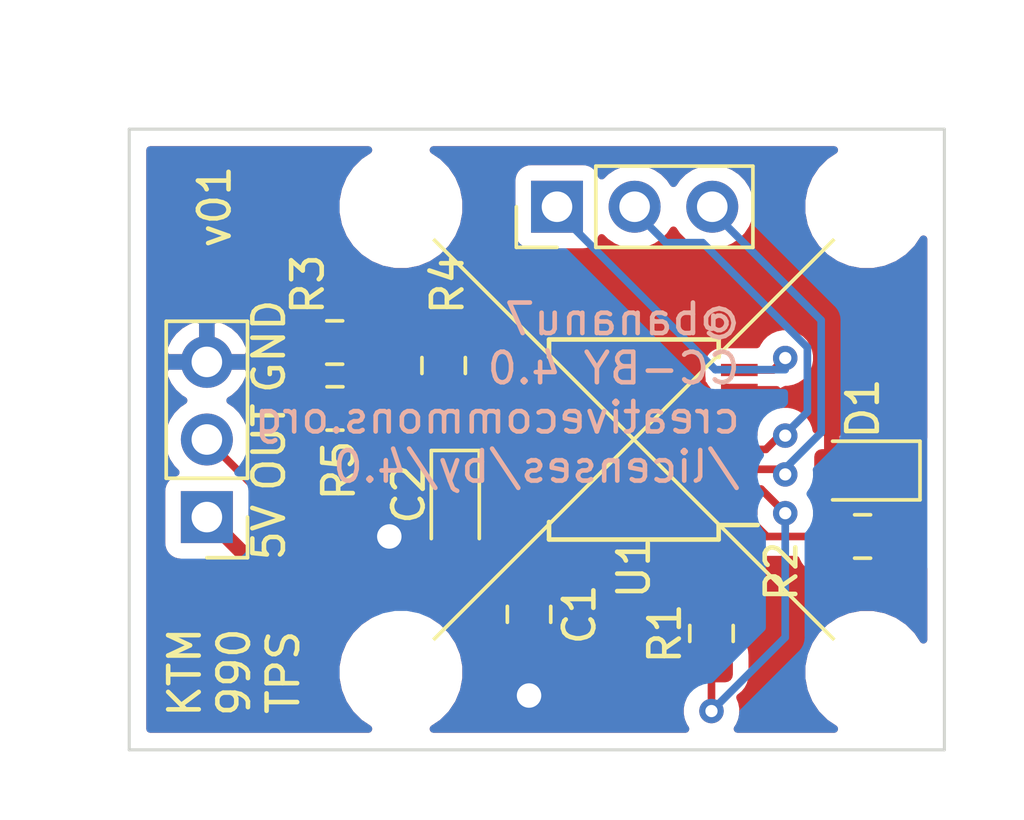
<source format=kicad_pcb>
(kicad_pcb (version 20171130) (host pcbnew "(5.1.6)-1")

  (general
    (thickness 1.6)
    (drawings 12)
    (tracks 64)
    (zones 0)
    (modules 15)
    (nets 18)
  )

  (page A4)
  (title_block
    (title "KTM 990 TPS")
    (rev v01)
    (comment 2 creativecommons.org/licenses/by/4.0)
    (comment 3 "Licence: CC BY 4.0")
    (comment 4 "Author: Bartek Banachewicz")
  )

  (layers
    (0 F.Cu signal)
    (31 B.Cu signal)
    (32 B.Adhes user)
    (33 F.Adhes user)
    (34 B.Paste user)
    (35 F.Paste user)
    (36 B.SilkS user)
    (37 F.SilkS user)
    (38 B.Mask user)
    (39 F.Mask user)
    (40 Dwgs.User user)
    (41 Cmts.User user)
    (42 Eco1.User user)
    (43 Eco2.User user)
    (44 Edge.Cuts user)
    (45 Margin user)
    (46 B.CrtYd user)
    (47 F.CrtYd user)
    (48 B.Fab user)
    (49 F.Fab user)
  )

  (setup
    (last_trace_width 0.25)
    (user_trace_width 0.5)
    (trace_clearance 0.2)
    (zone_clearance 0.508)
    (zone_45_only no)
    (trace_min 0.2)
    (via_size 0.8)
    (via_drill 0.4)
    (via_min_size 0.4)
    (via_min_drill 0.3)
    (uvia_size 0.3)
    (uvia_drill 0.1)
    (uvias_allowed no)
    (uvia_min_size 0.2)
    (uvia_min_drill 0.1)
    (edge_width 0.05)
    (segment_width 0.2)
    (pcb_text_width 0.3)
    (pcb_text_size 1.5 1.5)
    (mod_edge_width 0.12)
    (mod_text_size 1 1)
    (mod_text_width 0.15)
    (pad_size 1.524 1.524)
    (pad_drill 0.762)
    (pad_to_mask_clearance 0.05)
    (aux_axis_origin 0 0)
    (visible_elements 7FFFFFFF)
    (pcbplotparams
      (layerselection 0x010f0_ffffffff)
      (usegerberextensions false)
      (usegerberattributes true)
      (usegerberadvancedattributes true)
      (creategerberjobfile true)
      (excludeedgelayer true)
      (linewidth 0.100000)
      (plotframeref false)
      (viasonmask false)
      (mode 1)
      (useauxorigin false)
      (hpglpennumber 1)
      (hpglpenspeed 20)
      (hpglpendiameter 15.000000)
      (psnegative false)
      (psa4output false)
      (plotreference true)
      (plotvalue true)
      (plotinvisibletext false)
      (padsonsilk false)
      (subtractmaskfromsilk false)
      (outputformat 1)
      (mirror false)
      (drillshape 0)
      (scaleselection 1)
      (outputdirectory "gerber/"))
  )

  (net 0 "")
  (net 1 +5V)
  (net 2 GND)
  (net 3 TPS_OUT)
  (net 4 "Net-(U1-Pad5)")
  (net 5 "Net-(U1-Pad6)")
  (net 6 "Net-(U1-Pad9)")
  (net 7 "Net-(U1-Pad10)")
  (net 8 "Net-(U1-Pad13)")
  (net 9 "Net-(U1-Pad14)")
  (net 10 "Net-(C2-Pad1)")
  (net 11 "Net-(R1-Pad2)")
  (net 12 "Net-(D1-Pad1)")
  (net 13 "Net-(R2-Pad2)")
  (net 14 "Net-(R3-Pad2)")
  (net 15 CS)
  (net 16 PROG)
  (net 17 CLK)

  (net_class Default "This is the default net class."
    (clearance 0.2)
    (trace_width 0.25)
    (via_dia 0.8)
    (via_drill 0.4)
    (uvia_dia 0.3)
    (uvia_drill 0.1)
    (add_net +5V)
    (add_net CLK)
    (add_net CS)
    (add_net GND)
    (add_net "Net-(C2-Pad1)")
    (add_net "Net-(D1-Pad1)")
    (add_net "Net-(R1-Pad2)")
    (add_net "Net-(R2-Pad2)")
    (add_net "Net-(R3-Pad2)")
    (add_net "Net-(U1-Pad10)")
    (add_net "Net-(U1-Pad13)")
    (add_net "Net-(U1-Pad14)")
    (add_net "Net-(U1-Pad5)")
    (add_net "Net-(U1-Pad6)")
    (add_net "Net-(U1-Pad9)")
    (add_net PROG)
    (add_net TPS_OUT)
  )

  (module Connector_PinHeader_2.54mm:PinHeader_1x03_P2.54mm_Vertical (layer F.Cu) (tedit 59FED5CC) (tstamp 5FFCAA88)
    (at 137.1854 71.12 90)
    (descr "Through hole straight pin header, 1x03, 2.54mm pitch, single row")
    (tags "Through hole pin header THT 1x03 2.54mm single row")
    (path /5FFE51CC)
    (fp_text reference J2 (at -2.159 2.667 90) (layer F.SilkS) hide
      (effects (font (size 1 1) (thickness 0.15)))
    )
    (fp_text value Conn_01x03_Male (at 0 7.41 90) (layer F.Fab)
      (effects (font (size 1 1) (thickness 0.15)))
    )
    (fp_line (start 1.8 -1.8) (end -1.8 -1.8) (layer F.CrtYd) (width 0.05))
    (fp_line (start 1.8 6.85) (end 1.8 -1.8) (layer F.CrtYd) (width 0.05))
    (fp_line (start -1.8 6.85) (end 1.8 6.85) (layer F.CrtYd) (width 0.05))
    (fp_line (start -1.8 -1.8) (end -1.8 6.85) (layer F.CrtYd) (width 0.05))
    (fp_line (start -1.33 -1.33) (end 0 -1.33) (layer F.SilkS) (width 0.12))
    (fp_line (start -1.33 0) (end -1.33 -1.33) (layer F.SilkS) (width 0.12))
    (fp_line (start -1.33 1.27) (end 1.33 1.27) (layer F.SilkS) (width 0.12))
    (fp_line (start 1.33 1.27) (end 1.33 6.41) (layer F.SilkS) (width 0.12))
    (fp_line (start -1.33 1.27) (end -1.33 6.41) (layer F.SilkS) (width 0.12))
    (fp_line (start -1.33 6.41) (end 1.33 6.41) (layer F.SilkS) (width 0.12))
    (fp_line (start -1.27 -0.635) (end -0.635 -1.27) (layer F.Fab) (width 0.1))
    (fp_line (start -1.27 6.35) (end -1.27 -0.635) (layer F.Fab) (width 0.1))
    (fp_line (start 1.27 6.35) (end -1.27 6.35) (layer F.Fab) (width 0.1))
    (fp_line (start 1.27 -1.27) (end 1.27 6.35) (layer F.Fab) (width 0.1))
    (fp_line (start -0.635 -1.27) (end 1.27 -1.27) (layer F.Fab) (width 0.1))
    (fp_text user %R (at 0 2.54) (layer F.Fab)
      (effects (font (size 1 1) (thickness 0.15)))
    )
    (pad 3 thru_hole oval (at 0 5.08 90) (size 1.7 1.7) (drill 1) (layers *.Cu *.Mask)
      (net 15 CS))
    (pad 2 thru_hole oval (at 0 2.54 90) (size 1.7 1.7) (drill 1) (layers *.Cu *.Mask)
      (net 17 CLK))
    (pad 1 thru_hole rect (at 0 0 90) (size 1.7 1.7) (drill 1) (layers *.Cu *.Mask)
      (net 16 PROG))
    (model ${KISYS3DMOD}/Connector_PinHeader_2.54mm.3dshapes/PinHeader_1x03_P2.54mm_Vertical.wrl
      (at (xyz 0 0 0))
      (scale (xyz 1 1 1))
      (rotate (xyz 0 0 0))
    )
  )

  (module Capacitor_SMD:C_0805_2012Metric_Pad1.15x1.40mm_HandSolder (layer F.Cu) (tedit 5B36C52B) (tstamp 5FFACF0E)
    (at 136.271 84.464 270)
    (descr "Capacitor SMD 0805 (2012 Metric), square (rectangular) end terminal, IPC_7351 nominal with elongated pad for handsoldering. (Body size source: https://docs.google.com/spreadsheets/d/1BsfQQcO9C6DZCsRaXUlFlo91Tg2WpOkGARC1WS5S8t0/edit?usp=sharing), generated with kicad-footprint-generator")
    (tags "capacitor handsolder")
    (path /5FFA7084)
    (attr smd)
    (fp_text reference C1 (at 0 -1.65 90) (layer F.SilkS)
      (effects (font (size 1 1) (thickness 0.15)))
    )
    (fp_text value 100n (at 0 1.65 90) (layer F.Fab)
      (effects (font (size 1 1) (thickness 0.15)))
    )
    (fp_line (start 1.85 0.95) (end -1.85 0.95) (layer F.CrtYd) (width 0.05))
    (fp_line (start 1.85 -0.95) (end 1.85 0.95) (layer F.CrtYd) (width 0.05))
    (fp_line (start -1.85 -0.95) (end 1.85 -0.95) (layer F.CrtYd) (width 0.05))
    (fp_line (start -1.85 0.95) (end -1.85 -0.95) (layer F.CrtYd) (width 0.05))
    (fp_line (start -0.261252 0.71) (end 0.261252 0.71) (layer F.SilkS) (width 0.12))
    (fp_line (start -0.261252 -0.71) (end 0.261252 -0.71) (layer F.SilkS) (width 0.12))
    (fp_line (start 1 0.6) (end -1 0.6) (layer F.Fab) (width 0.1))
    (fp_line (start 1 -0.6) (end 1 0.6) (layer F.Fab) (width 0.1))
    (fp_line (start -1 -0.6) (end 1 -0.6) (layer F.Fab) (width 0.1))
    (fp_line (start -1 0.6) (end -1 -0.6) (layer F.Fab) (width 0.1))
    (fp_text user %R (at 0 0 90) (layer F.Fab)
      (effects (font (size 0.5 0.5) (thickness 0.08)))
    )
    (pad 1 smd roundrect (at -1.025 0 270) (size 1.15 1.4) (layers F.Cu F.Paste F.Mask) (roundrect_rratio 0.217391)
      (net 1 +5V))
    (pad 2 smd roundrect (at 1.025 0 270) (size 1.15 1.4) (layers F.Cu F.Paste F.Mask) (roundrect_rratio 0.217391)
      (net 2 GND))
    (model ${KISYS3DMOD}/Capacitor_SMD.3dshapes/C_0805_2012Metric.wrl
      (at (xyz 0 0 0))
      (scale (xyz 1 1 1))
      (rotate (xyz 0 0 0))
    )
  )

  (module Capacitor_Tantalum_SMD:CP_EIA-2012-15_AVX-P_Pad1.30x1.05mm_HandSolder (layer F.Cu) (tedit 5B301BBE) (tstamp 5FFAD90E)
    (at 133.858 80.985 270)
    (descr "Tantalum Capacitor SMD AVX-P (2012-15 Metric), IPC_7351 nominal, (Body size from: https://www.vishay.com/docs/40182/tmch.pdf), generated with kicad-footprint-generator")
    (tags "capacitor tantalum")
    (path /5FFC18EB)
    (attr smd)
    (fp_text reference C2 (at -0.467 1.524 90) (layer F.SilkS)
      (effects (font (size 1 1) (thickness 0.15)))
    )
    (fp_text value 1...10uF (at 0 1.58 90) (layer F.Fab)
      (effects (font (size 1 1) (thickness 0.15)))
    )
    (fp_line (start 1.88 0.88) (end -1.88 0.88) (layer F.CrtYd) (width 0.05))
    (fp_line (start 1.88 -0.88) (end 1.88 0.88) (layer F.CrtYd) (width 0.05))
    (fp_line (start -1.88 -0.88) (end 1.88 -0.88) (layer F.CrtYd) (width 0.05))
    (fp_line (start -1.88 0.88) (end -1.88 -0.88) (layer F.CrtYd) (width 0.05))
    (fp_line (start -1.885 0.785) (end 1 0.785) (layer F.SilkS) (width 0.12))
    (fp_line (start -1.885 -0.785) (end -1.885 0.785) (layer F.SilkS) (width 0.12))
    (fp_line (start 1 -0.785) (end -1.885 -0.785) (layer F.SilkS) (width 0.12))
    (fp_line (start 1 0.625) (end 1 -0.625) (layer F.Fab) (width 0.1))
    (fp_line (start -1 0.625) (end 1 0.625) (layer F.Fab) (width 0.1))
    (fp_line (start -1 -0.3125) (end -1 0.625) (layer F.Fab) (width 0.1))
    (fp_line (start -0.6875 -0.625) (end -1 -0.3125) (layer F.Fab) (width 0.1))
    (fp_line (start 1 -0.625) (end -0.6875 -0.625) (layer F.Fab) (width 0.1))
    (fp_text user %R (at 0 0 90) (layer F.Fab)
      (effects (font (size 0.5 0.5) (thickness 0.08)))
    )
    (pad 2 smd roundrect (at 0.975 0 270) (size 1.3 1.05) (layers F.Cu F.Paste F.Mask) (roundrect_rratio 0.238095)
      (net 2 GND))
    (pad 1 smd roundrect (at -0.975 0 270) (size 1.3 1.05) (layers F.Cu F.Paste F.Mask) (roundrect_rratio 0.238095)
      (net 10 "Net-(C2-Pad1)"))
    (model ${KISYS3DMOD}/Capacitor_Tantalum_SMD.3dshapes/CP_EIA-2012-15_AVX-P.wrl
      (at (xyz 0 0 0))
      (scale (xyz 1 1 1))
      (rotate (xyz 0 0 0))
    )
  )

  (module Resistor_SMD:R_0805_2012Metric_Pad1.15x1.40mm_HandSolder (layer F.Cu) (tedit 5B36C52B) (tstamp 5FFAFDD2)
    (at 133.477 76.318 270)
    (descr "Resistor SMD 0805 (2012 Metric), square (rectangular) end terminal, IPC_7351 nominal with elongated pad for handsoldering. (Body size source: https://docs.google.com/spreadsheets/d/1BsfQQcO9C6DZCsRaXUlFlo91Tg2WpOkGARC1WS5S8t0/edit?usp=sharing), generated with kicad-footprint-generator")
    (tags "resistor handsolder")
    (path /5FFEB5C5)
    (attr smd)
    (fp_text reference R4 (at -2.658 -0.127 90) (layer F.SilkS)
      (effects (font (size 1 1) (thickness 0.15)))
    )
    (fp_text value "2.8k 1%" (at 0 1.65 90) (layer F.Fab)
      (effects (font (size 1 1) (thickness 0.15)))
    )
    (fp_line (start -1 0.6) (end -1 -0.6) (layer F.Fab) (width 0.1))
    (fp_line (start -1 -0.6) (end 1 -0.6) (layer F.Fab) (width 0.1))
    (fp_line (start 1 -0.6) (end 1 0.6) (layer F.Fab) (width 0.1))
    (fp_line (start 1 0.6) (end -1 0.6) (layer F.Fab) (width 0.1))
    (fp_line (start -0.261252 -0.71) (end 0.261252 -0.71) (layer F.SilkS) (width 0.12))
    (fp_line (start -0.261252 0.71) (end 0.261252 0.71) (layer F.SilkS) (width 0.12))
    (fp_line (start -1.85 0.95) (end -1.85 -0.95) (layer F.CrtYd) (width 0.05))
    (fp_line (start -1.85 -0.95) (end 1.85 -0.95) (layer F.CrtYd) (width 0.05))
    (fp_line (start 1.85 -0.95) (end 1.85 0.95) (layer F.CrtYd) (width 0.05))
    (fp_line (start 1.85 0.95) (end -1.85 0.95) (layer F.CrtYd) (width 0.05))
    (fp_text user %R (at 0 0 90) (layer F.Fab)
      (effects (font (size 0.5 0.5) (thickness 0.08)))
    )
    (pad 2 smd roundrect (at 1.025 0 270) (size 1.15 1.4) (layers F.Cu F.Paste F.Mask) (roundrect_rratio 0.217391)
      (net 3 TPS_OUT))
    (pad 1 smd roundrect (at -1.025 0 270) (size 1.15 1.4) (layers F.Cu F.Paste F.Mask) (roundrect_rratio 0.217391)
      (net 14 "Net-(R3-Pad2)"))
    (model ${KISYS3DMOD}/Resistor_SMD.3dshapes/R_0805_2012Metric.wrl
      (at (xyz 0 0 0))
      (scale (xyz 1 1 1))
      (rotate (xyz 0 0 0))
    )
  )

  (module Resistor_SMD:R_0805_2012Metric_Pad1.15x1.40mm_HandSolder (layer F.Cu) (tedit 5B36C52B) (tstamp 5FFAFDC1)
    (at 129.912 75.565)
    (descr "Resistor SMD 0805 (2012 Metric), square (rectangular) end terminal, IPC_7351 nominal with elongated pad for handsoldering. (Body size source: https://docs.google.com/spreadsheets/d/1BsfQQcO9C6DZCsRaXUlFlo91Tg2WpOkGARC1WS5S8t0/edit?usp=sharing), generated with kicad-footprint-generator")
    (tags "resistor handsolder")
    (path /5FFF43E3)
    (attr smd)
    (fp_text reference R3 (at -0.88 -1.905 90) (layer F.SilkS)
      (effects (font (size 1 1) (thickness 0.15)))
    )
    (fp_text value "10k 1%" (at 0 1.65) (layer F.Fab)
      (effects (font (size 1 1) (thickness 0.15)))
    )
    (fp_line (start -1 0.6) (end -1 -0.6) (layer F.Fab) (width 0.1))
    (fp_line (start -1 -0.6) (end 1 -0.6) (layer F.Fab) (width 0.1))
    (fp_line (start 1 -0.6) (end 1 0.6) (layer F.Fab) (width 0.1))
    (fp_line (start 1 0.6) (end -1 0.6) (layer F.Fab) (width 0.1))
    (fp_line (start -0.261252 -0.71) (end 0.261252 -0.71) (layer F.SilkS) (width 0.12))
    (fp_line (start -0.261252 0.71) (end 0.261252 0.71) (layer F.SilkS) (width 0.12))
    (fp_line (start -1.85 0.95) (end -1.85 -0.95) (layer F.CrtYd) (width 0.05))
    (fp_line (start -1.85 -0.95) (end 1.85 -0.95) (layer F.CrtYd) (width 0.05))
    (fp_line (start 1.85 -0.95) (end 1.85 0.95) (layer F.CrtYd) (width 0.05))
    (fp_line (start 1.85 0.95) (end -1.85 0.95) (layer F.CrtYd) (width 0.05))
    (fp_text user %R (at 0 0) (layer F.Fab)
      (effects (font (size 0.5 0.5) (thickness 0.08)))
    )
    (pad 2 smd roundrect (at 1.025 0) (size 1.15 1.4) (layers F.Cu F.Paste F.Mask) (roundrect_rratio 0.217391)
      (net 14 "Net-(R3-Pad2)"))
    (pad 1 smd roundrect (at -1.025 0) (size 1.15 1.4) (layers F.Cu F.Paste F.Mask) (roundrect_rratio 0.217391)
      (net 2 GND))
    (model ${KISYS3DMOD}/Resistor_SMD.3dshapes/R_0805_2012Metric.wrl
      (at (xyz 0 0 0))
      (scale (xyz 1 1 1))
      (rotate (xyz 0 0 0))
    )
  )

  (module Connector_PinHeader_2.54mm:PinHeader_1x03_P2.54mm_Vertical (layer F.Cu) (tedit 59FED5CC) (tstamp 5FFCACFD)
    (at 125.73 81.28 180)
    (descr "Through hole straight pin header, 1x03, 2.54mm pitch, single row")
    (tags "Through hole pin header THT 1x03 2.54mm single row")
    (path /5FFACE3B)
    (fp_text reference J1 (at 0 -2.33 90) (layer F.SilkS) hide
      (effects (font (size 1 1) (thickness 0.15)))
    )
    (fp_text value Conn_01x03_Male (at 0 7.41) (layer F.Fab)
      (effects (font (size 1 1) (thickness 0.15)))
    )
    (fp_line (start 1.8 -1.8) (end -1.8 -1.8) (layer F.CrtYd) (width 0.05))
    (fp_line (start 1.8 6.85) (end 1.8 -1.8) (layer F.CrtYd) (width 0.05))
    (fp_line (start -1.8 6.85) (end 1.8 6.85) (layer F.CrtYd) (width 0.05))
    (fp_line (start -1.8 -1.8) (end -1.8 6.85) (layer F.CrtYd) (width 0.05))
    (fp_line (start -1.33 -1.33) (end 0 -1.33) (layer F.SilkS) (width 0.12))
    (fp_line (start -1.33 0) (end -1.33 -1.33) (layer F.SilkS) (width 0.12))
    (fp_line (start -1.33 1.27) (end 1.33 1.27) (layer F.SilkS) (width 0.12))
    (fp_line (start 1.33 1.27) (end 1.33 6.41) (layer F.SilkS) (width 0.12))
    (fp_line (start -1.33 1.27) (end -1.33 6.41) (layer F.SilkS) (width 0.12))
    (fp_line (start -1.33 6.41) (end 1.33 6.41) (layer F.SilkS) (width 0.12))
    (fp_line (start -1.27 -0.635) (end -0.635 -1.27) (layer F.Fab) (width 0.1))
    (fp_line (start -1.27 6.35) (end -1.27 -0.635) (layer F.Fab) (width 0.1))
    (fp_line (start 1.27 6.35) (end -1.27 6.35) (layer F.Fab) (width 0.1))
    (fp_line (start 1.27 -1.27) (end 1.27 6.35) (layer F.Fab) (width 0.1))
    (fp_line (start -0.635 -1.27) (end 1.27 -1.27) (layer F.Fab) (width 0.1))
    (fp_text user %R (at 0 2.54) (layer F.Fab)
      (effects (font (size 1 1) (thickness 0.15)))
    )
    (pad 3 thru_hole oval (at 0 5.08 180) (size 1.7 1.7) (drill 1) (layers *.Cu *.Mask)
      (net 2 GND))
    (pad 2 thru_hole oval (at 0 2.54 180) (size 1.7 1.7) (drill 1) (layers *.Cu *.Mask)
      (net 3 TPS_OUT))
    (pad 1 thru_hole rect (at 0 0 180) (size 1.7 1.7) (drill 1) (layers *.Cu *.Mask)
      (net 1 +5V))
    (model ${KISYS3DMOD}/Connector_PinHeader_2.54mm.3dshapes/PinHeader_1x03_P2.54mm_Vertical.wrl
      (at (xyz 0 0 0))
      (scale (xyz 1 1 1))
      (rotate (xyz 0 0 0))
    )
  )

  (module Resistor_SMD:R_0805_2012Metric_Pad1.15x1.40mm_HandSolder (layer F.Cu) (tedit 5B36C52B) (tstamp 5FFAFDE3)
    (at 129.921 77.724)
    (descr "Resistor SMD 0805 (2012 Metric), square (rectangular) end terminal, IPC_7351 nominal with elongated pad for handsoldering. (Body size source: https://docs.google.com/spreadsheets/d/1BsfQQcO9C6DZCsRaXUlFlo91Tg2WpOkGARC1WS5S8t0/edit?usp=sharing), generated with kicad-footprint-generator")
    (tags "resistor handsolder")
    (path /5FFF8541)
    (attr smd)
    (fp_text reference R5 (at 0.127 2.032 90) (layer F.SilkS)
      (effects (font (size 1 1) (thickness 0.15)))
    )
    (fp_text value 0-DNP (at 0 1.65) (layer F.Fab)
      (effects (font (size 1 1) (thickness 0.15)))
    )
    (fp_line (start -1 0.6) (end -1 -0.6) (layer F.Fab) (width 0.1))
    (fp_line (start -1 -0.6) (end 1 -0.6) (layer F.Fab) (width 0.1))
    (fp_line (start 1 -0.6) (end 1 0.6) (layer F.Fab) (width 0.1))
    (fp_line (start 1 0.6) (end -1 0.6) (layer F.Fab) (width 0.1))
    (fp_line (start -0.261252 -0.71) (end 0.261252 -0.71) (layer F.SilkS) (width 0.12))
    (fp_line (start -0.261252 0.71) (end 0.261252 0.71) (layer F.SilkS) (width 0.12))
    (fp_line (start -1.85 0.95) (end -1.85 -0.95) (layer F.CrtYd) (width 0.05))
    (fp_line (start -1.85 -0.95) (end 1.85 -0.95) (layer F.CrtYd) (width 0.05))
    (fp_line (start 1.85 -0.95) (end 1.85 0.95) (layer F.CrtYd) (width 0.05))
    (fp_line (start 1.85 0.95) (end -1.85 0.95) (layer F.CrtYd) (width 0.05))
    (fp_text user %R (at 0 0 270) (layer F.Fab)
      (effects (font (size 0.5 0.5) (thickness 0.08)))
    )
    (pad 2 smd roundrect (at 1.025 0) (size 1.15 1.4) (layers F.Cu F.Paste F.Mask) (roundrect_rratio 0.217391)
      (net 14 "Net-(R3-Pad2)"))
    (pad 1 smd roundrect (at -1.025 0) (size 1.15 1.4) (layers F.Cu F.Paste F.Mask) (roundrect_rratio 0.217391)
      (net 2 GND))
    (model ${KISYS3DMOD}/Resistor_SMD.3dshapes/R_0805_2012Metric.wrl
      (at (xyz 0 0 0))
      (scale (xyz 1 1 1))
      (rotate (xyz 0 0 0))
    )
  )

  (module Resistor_SMD:R_0805_2012Metric_Pad1.15x1.40mm_HandSolder (layer F.Cu) (tedit 5B36C52B) (tstamp 5FFAF87A)
    (at 147.184 81.915 180)
    (descr "Resistor SMD 0805 (2012 Metric), square (rectangular) end terminal, IPC_7351 nominal with elongated pad for handsoldering. (Body size source: https://docs.google.com/spreadsheets/d/1BsfQQcO9C6DZCsRaXUlFlo91Tg2WpOkGARC1WS5S8t0/edit?usp=sharing), generated with kicad-footprint-generator")
    (tags "resistor handsolder")
    (path /5FFDC8BC)
    (attr smd)
    (fp_text reference R2 (at 2.658 -1.143 90) (layer F.SilkS)
      (effects (font (size 1 1) (thickness 0.15)))
    )
    (fp_text value 1k (at 0 1.65) (layer F.Fab)
      (effects (font (size 1 1) (thickness 0.15)))
    )
    (fp_line (start -1 0.6) (end -1 -0.6) (layer F.Fab) (width 0.1))
    (fp_line (start -1 -0.6) (end 1 -0.6) (layer F.Fab) (width 0.1))
    (fp_line (start 1 -0.6) (end 1 0.6) (layer F.Fab) (width 0.1))
    (fp_line (start 1 0.6) (end -1 0.6) (layer F.Fab) (width 0.1))
    (fp_line (start -0.261252 -0.71) (end 0.261252 -0.71) (layer F.SilkS) (width 0.12))
    (fp_line (start -0.261252 0.71) (end 0.261252 0.71) (layer F.SilkS) (width 0.12))
    (fp_line (start -1.85 0.95) (end -1.85 -0.95) (layer F.CrtYd) (width 0.05))
    (fp_line (start -1.85 -0.95) (end 1.85 -0.95) (layer F.CrtYd) (width 0.05))
    (fp_line (start 1.85 -0.95) (end 1.85 0.95) (layer F.CrtYd) (width 0.05))
    (fp_line (start 1.85 0.95) (end -1.85 0.95) (layer F.CrtYd) (width 0.05))
    (fp_text user %R (at 0 0) (layer F.Fab)
      (effects (font (size 0.5 0.5) (thickness 0.08)))
    )
    (pad 2 smd roundrect (at 1.025 0 180) (size 1.15 1.4) (layers F.Cu F.Paste F.Mask) (roundrect_rratio 0.217391)
      (net 13 "Net-(R2-Pad2)"))
    (pad 1 smd roundrect (at -1.025 0 180) (size 1.15 1.4) (layers F.Cu F.Paste F.Mask) (roundrect_rratio 0.217391)
      (net 12 "Net-(D1-Pad1)"))
    (model ${KISYS3DMOD}/Resistor_SMD.3dshapes/R_0805_2012Metric.wrl
      (at (xyz 0 0 0))
      (scale (xyz 1 1 1))
      (rotate (xyz 0 0 0))
    )
  )

  (module LED_SMD:LED_0805_2012Metric_Pad1.15x1.40mm_HandSolder (layer F.Cu) (tedit 5B4B45C9) (tstamp 5FFAF7E5)
    (at 147.202 79.756 180)
    (descr "LED SMD 0805 (2012 Metric), square (rectangular) end terminal, IPC_7351 nominal, (Body size source: https://docs.google.com/spreadsheets/d/1BsfQQcO9C6DZCsRaXUlFlo91Tg2WpOkGARC1WS5S8t0/edit?usp=sharing), generated with kicad-footprint-generator")
    (tags "LED handsolder")
    (path /5FFD7B08)
    (attr smd)
    (fp_text reference D1 (at 0.009 2.032 90) (layer F.SilkS)
      (effects (font (size 1 1) (thickness 0.15)))
    )
    (fp_text value LED (at 0 1.65) (layer F.Fab)
      (effects (font (size 1 1) (thickness 0.15)))
    )
    (fp_line (start 1 -0.6) (end -0.7 -0.6) (layer F.Fab) (width 0.1))
    (fp_line (start -0.7 -0.6) (end -1 -0.3) (layer F.Fab) (width 0.1))
    (fp_line (start -1 -0.3) (end -1 0.6) (layer F.Fab) (width 0.1))
    (fp_line (start -1 0.6) (end 1 0.6) (layer F.Fab) (width 0.1))
    (fp_line (start 1 0.6) (end 1 -0.6) (layer F.Fab) (width 0.1))
    (fp_line (start 1 -0.96) (end -1.86 -0.96) (layer F.SilkS) (width 0.12))
    (fp_line (start -1.86 -0.96) (end -1.86 0.96) (layer F.SilkS) (width 0.12))
    (fp_line (start -1.86 0.96) (end 1 0.96) (layer F.SilkS) (width 0.12))
    (fp_line (start -1.85 0.95) (end -1.85 -0.95) (layer F.CrtYd) (width 0.05))
    (fp_line (start -1.85 -0.95) (end 1.85 -0.95) (layer F.CrtYd) (width 0.05))
    (fp_line (start 1.85 -0.95) (end 1.85 0.95) (layer F.CrtYd) (width 0.05))
    (fp_line (start 1.85 0.95) (end -1.85 0.95) (layer F.CrtYd) (width 0.05))
    (fp_text user %R (at 0 0) (layer F.Fab)
      (effects (font (size 0.5 0.5) (thickness 0.08)))
    )
    (pad 2 smd roundrect (at 1.025 0 180) (size 1.15 1.4) (layers F.Cu F.Paste F.Mask) (roundrect_rratio 0.217391)
      (net 2 GND))
    (pad 1 smd roundrect (at -1.025 0 180) (size 1.15 1.4) (layers F.Cu F.Paste F.Mask) (roundrect_rratio 0.217391)
      (net 12 "Net-(D1-Pad1)"))
    (model ${KISYS3DMOD}/LED_SMD.3dshapes/LED_0805_2012Metric.wrl
      (at (xyz 0 0 0))
      (scale (xyz 1 1 1))
      (rotate (xyz 0 0 0))
    )
  )

  (module Package_SO:SSOP-16_5.3x6.2mm_P0.65mm (layer F.Cu) (tedit 5A02F25C) (tstamp 5FFAED99)
    (at 139.7 78.74 180)
    (descr "SSOP16: plastic shrink small outline package; 16 leads; body width 5.3 mm; (see NXP SSOP-TSSOP-VSO-REFLOW.pdf and sot338-1_po.pdf)")
    (tags "SSOP 0.65")
    (path /5FFA294F)
    (attr smd)
    (fp_text reference U1 (at 0 -4.2 90) (layer F.SilkS)
      (effects (font (size 1 1) (thickness 0.15)))
    )
    (fp_text value AS5043 (at 0 4.2) (layer F.Fab)
      (effects (font (size 1 1) (thickness 0.15)))
    )
    (fp_line (start -2.775 -2.8) (end -4.05 -2.8) (layer F.SilkS) (width 0.15))
    (fp_line (start -2.775 3.275) (end 2.775 3.275) (layer F.SilkS) (width 0.15))
    (fp_line (start -2.775 -3.275) (end 2.775 -3.275) (layer F.SilkS) (width 0.15))
    (fp_line (start -2.775 3.275) (end -2.775 2.7) (layer F.SilkS) (width 0.15))
    (fp_line (start 2.775 3.275) (end 2.775 2.7) (layer F.SilkS) (width 0.15))
    (fp_line (start 2.775 -3.275) (end 2.775 -2.7) (layer F.SilkS) (width 0.15))
    (fp_line (start -2.775 -3.275) (end -2.775 -2.8) (layer F.SilkS) (width 0.15))
    (fp_line (start -4.3 3.45) (end 4.3 3.45) (layer F.CrtYd) (width 0.05))
    (fp_line (start -4.3 -3.45) (end 4.3 -3.45) (layer F.CrtYd) (width 0.05))
    (fp_line (start 4.3 -3.45) (end 4.3 3.45) (layer F.CrtYd) (width 0.05))
    (fp_line (start -4.3 -3.45) (end -4.3 3.45) (layer F.CrtYd) (width 0.05))
    (fp_line (start -2.65 -2.1) (end -1.65 -3.1) (layer F.Fab) (width 0.15))
    (fp_line (start -2.65 3.1) (end -2.65 -2.1) (layer F.Fab) (width 0.15))
    (fp_line (start 2.65 3.1) (end -2.65 3.1) (layer F.Fab) (width 0.15))
    (fp_line (start 2.65 -3.1) (end 2.65 3.1) (layer F.Fab) (width 0.15))
    (fp_line (start -1.65 -3.1) (end 2.65 -3.1) (layer F.Fab) (width 0.15))
    (fp_text user %R (at 0 0) (layer F.Fab)
      (effects (font (size 0.8 0.8) (thickness 0.15)))
    )
    (pad 1 smd rect (at -3.45 -2.275 180) (size 1.2 0.4) (layers F.Cu F.Paste F.Mask)
      (net 13 "Net-(R2-Pad2)"))
    (pad 2 smd rect (at -3.45 -1.625 180) (size 1.2 0.4) (layers F.Cu F.Paste F.Mask)
      (net 11 "Net-(R1-Pad2)"))
    (pad 3 smd rect (at -3.45 -0.975 180) (size 1.2 0.4) (layers F.Cu F.Paste F.Mask)
      (net 15 CS))
    (pad 4 smd rect (at -3.45 -0.325 180) (size 1.2 0.4) (layers F.Cu F.Paste F.Mask)
      (net 17 CLK))
    (pad 5 smd rect (at -3.45 0.325 180) (size 1.2 0.4) (layers F.Cu F.Paste F.Mask)
      (net 4 "Net-(U1-Pad5)"))
    (pad 6 smd rect (at -3.45 0.975 180) (size 1.2 0.4) (layers F.Cu F.Paste F.Mask)
      (net 5 "Net-(U1-Pad6)"))
    (pad 7 smd rect (at -3.45 1.625 180) (size 1.2 0.4) (layers F.Cu F.Paste F.Mask)
      (net 2 GND))
    (pad 8 smd rect (at -3.45 2.275 180) (size 1.2 0.4) (layers F.Cu F.Paste F.Mask)
      (net 16 PROG))
    (pad 9 smd rect (at 3.45 2.275 180) (size 1.2 0.4) (layers F.Cu F.Paste F.Mask)
      (net 6 "Net-(U1-Pad9)"))
    (pad 10 smd rect (at 3.45 1.625 180) (size 1.2 0.4) (layers F.Cu F.Paste F.Mask)
      (net 7 "Net-(U1-Pad10)"))
    (pad 11 smd rect (at 3.45 0.975 180) (size 1.2 0.4) (layers F.Cu F.Paste F.Mask)
      (net 14 "Net-(R3-Pad2)"))
    (pad 12 smd rect (at 3.45 0.325 180) (size 1.2 0.4) (layers F.Cu F.Paste F.Mask)
      (net 3 TPS_OUT))
    (pad 13 smd rect (at 3.45 -0.325 180) (size 1.2 0.4) (layers F.Cu F.Paste F.Mask)
      (net 8 "Net-(U1-Pad13)"))
    (pad 14 smd rect (at 3.45 -0.975 180) (size 1.2 0.4) (layers F.Cu F.Paste F.Mask)
      (net 9 "Net-(U1-Pad14)"))
    (pad 15 smd rect (at 3.45 -1.625 180) (size 1.2 0.4) (layers F.Cu F.Paste F.Mask)
      (net 10 "Net-(C2-Pad1)"))
    (pad 16 smd rect (at 3.45 -2.275 180) (size 1.2 0.4) (layers F.Cu F.Paste F.Mask)
      (net 1 +5V))
    (model ${KISYS3DMOD}/Package_SO.3dshapes/SSOP-16_5.3x6.2mm_P0.65mm.wrl
      (at (xyz 0 0 0))
      (scale (xyz 1 1 1))
      (rotate (xyz 0 0 0))
    )
  )

  (module Resistor_SMD:R_0805_2012Metric_Pad1.15x1.40mm_HandSolder (layer F.Cu) (tedit 5B36C52B) (tstamp 5FFADC13)
    (at 142.24 85.09 270)
    (descr "Resistor SMD 0805 (2012 Metric), square (rectangular) end terminal, IPC_7351 nominal with elongated pad for handsoldering. (Body size source: https://docs.google.com/spreadsheets/d/1BsfQQcO9C6DZCsRaXUlFlo91Tg2WpOkGARC1WS5S8t0/edit?usp=sharing), generated with kicad-footprint-generator")
    (tags "resistor handsolder")
    (path /5FFB83EB)
    (attr smd)
    (fp_text reference R1 (at 0 1.524 90) (layer F.SilkS)
      (effects (font (size 1 1) (thickness 0.15)))
    )
    (fp_text value 0 (at 0 1.65 90) (layer F.Fab)
      (effects (font (size 1 1) (thickness 0.15)))
    )
    (fp_line (start -1 0.6) (end -1 -0.6) (layer F.Fab) (width 0.1))
    (fp_line (start -1 -0.6) (end 1 -0.6) (layer F.Fab) (width 0.1))
    (fp_line (start 1 -0.6) (end 1 0.6) (layer F.Fab) (width 0.1))
    (fp_line (start 1 0.6) (end -1 0.6) (layer F.Fab) (width 0.1))
    (fp_line (start -0.261252 -0.71) (end 0.261252 -0.71) (layer F.SilkS) (width 0.12))
    (fp_line (start -0.261252 0.71) (end 0.261252 0.71) (layer F.SilkS) (width 0.12))
    (fp_line (start -1.85 0.95) (end -1.85 -0.95) (layer F.CrtYd) (width 0.05))
    (fp_line (start -1.85 -0.95) (end 1.85 -0.95) (layer F.CrtYd) (width 0.05))
    (fp_line (start 1.85 -0.95) (end 1.85 0.95) (layer F.CrtYd) (width 0.05))
    (fp_line (start 1.85 0.95) (end -1.85 0.95) (layer F.CrtYd) (width 0.05))
    (fp_text user %R (at 0 0 90) (layer F.Fab)
      (effects (font (size 0.5 0.5) (thickness 0.08)))
    )
    (pad 2 smd roundrect (at 1.025 0 270) (size 1.15 1.4) (layers F.Cu F.Paste F.Mask) (roundrect_rratio 0.217391)
      (net 11 "Net-(R1-Pad2)"))
    (pad 1 smd roundrect (at -1.025 0 270) (size 1.15 1.4) (layers F.Cu F.Paste F.Mask) (roundrect_rratio 0.217391)
      (net 1 +5V))
    (model ${KISYS3DMOD}/Resistor_SMD.3dshapes/R_0805_2012Metric.wrl
      (at (xyz 0 0 0))
      (scale (xyz 1 1 1))
      (rotate (xyz 0 0 0))
    )
  )

  (module MountingHole:MountingHole_3mm (layer F.Cu) (tedit 56D1B4CB) (tstamp 5FFC9F85)
    (at 147.32 71.12)
    (descr "Mounting Hole 3mm, no annular")
    (tags "mounting hole 3mm no annular")
    (path /5FFAD2B2)
    (attr virtual)
    (fp_text reference H1 (at 0 -4) (layer F.SilkS) hide
      (effects (font (size 1 1) (thickness 0.15)))
    )
    (fp_text value MountingHole (at 0 4) (layer F.Fab)
      (effects (font (size 1 1) (thickness 0.15)))
    )
    (fp_circle (center 0 0) (end 3.25 0) (layer F.CrtYd) (width 0.05))
    (fp_circle (center 0 0) (end 3 0) (layer Cmts.User) (width 0.15))
    (fp_text user %R (at 0.3 0) (layer F.Fab)
      (effects (font (size 1 1) (thickness 0.15)))
    )
    (pad 1 np_thru_hole circle (at 0 0) (size 3 3) (drill 3) (layers *.Cu *.Mask))
  )

  (module MountingHole:MountingHole_3mm (layer F.Cu) (tedit 56D1B4CB) (tstamp 5FFAF30D)
    (at 132.08 86.36)
    (descr "Mounting Hole 3mm, no annular")
    (tags "mounting hole 3mm no annular")
    (path /5FFADA0C)
    (attr virtual)
    (fp_text reference H2 (at 0 -4 90) (layer F.SilkS) hide
      (effects (font (size 1 1) (thickness 0.15)))
    )
    (fp_text value MountingHole (at 0 4) (layer F.Fab)
      (effects (font (size 1 1) (thickness 0.15)))
    )
    (fp_circle (center 0 0) (end 3 0) (layer Cmts.User) (width 0.15))
    (fp_circle (center 0 0) (end 3.25 0) (layer F.CrtYd) (width 0.05))
    (fp_text user %R (at 0.3 0) (layer F.Fab)
      (effects (font (size 1 1) (thickness 0.15)))
    )
    (pad 1 np_thru_hole circle (at 0 0) (size 3 3) (drill 3) (layers *.Cu *.Mask))
  )

  (module MountingHole:MountingHole_3mm (layer F.Cu) (tedit 56D1B4CB) (tstamp 5FFAF507)
    (at 132.08 71.12)
    (descr "Mounting Hole 3mm, no annular")
    (tags "mounting hole 3mm no annular")
    (path /5FFADB39)
    (attr virtual)
    (fp_text reference H3 (at -4.191 -1.524) (layer F.SilkS) hide
      (effects (font (size 1 1) (thickness 0.15)))
    )
    (fp_text value MountingHole (at 0 4) (layer F.Fab)
      (effects (font (size 1 1) (thickness 0.15)))
    )
    (fp_circle (center 0 0) (end 3.25 0) (layer F.CrtYd) (width 0.05))
    (fp_circle (center 0 0) (end 3 0) (layer Cmts.User) (width 0.15))
    (fp_text user %R (at 0.3 0) (layer F.Fab)
      (effects (font (size 1 1) (thickness 0.15)))
    )
    (pad 1 np_thru_hole circle (at 0 0) (size 3 3) (drill 3) (layers *.Cu *.Mask))
  )

  (module MountingHole:MountingHole_3mm (layer F.Cu) (tedit 56D1B4CB) (tstamp 5FFADA4A)
    (at 147.32 86.36)
    (descr "Mounting Hole 3mm, no annular")
    (tags "mounting hole 3mm no annular")
    (path /5FFADE26)
    (attr virtual)
    (fp_text reference H4 (at 1.524 -2.159) (layer F.SilkS) hide
      (effects (font (size 1 1) (thickness 0.15)))
    )
    (fp_text value MountingHole (at 0 4) (layer F.Fab)
      (effects (font (size 1 1) (thickness 0.15)))
    )
    (fp_circle (center 0 0) (end 3 0) (layer Cmts.User) (width 0.15))
    (fp_circle (center 0 0) (end 3.25 0) (layer F.CrtYd) (width 0.05))
    (fp_text user %R (at 0.3 0) (layer F.Fab)
      (effects (font (size 1 1) (thickness 0.15)))
    )
    (pad 1 np_thru_hole circle (at 0 0) (size 3 3) (drill 3) (layers *.Cu *.Mask))
  )

  (gr_text v01 (at 125.984 71.12 90) (layer F.SilkS)
    (effects (font (size 1 1) (thickness 0.15)))
  )
  (gr_text "@bananu7\nCC-BY 4.0\ncreativecommons.org\n/licenses/by/4.0" (at 143.256 77.216) (layer B.SilkS)
    (effects (font (size 1 1) (thickness 0.15)) (justify left mirror))
  )
  (gr_text GND (at 127.762 75.692 90) (layer F.SilkS)
    (effects (font (size 1 1) (thickness 0.15)))
  )
  (gr_text OUT (at 127.762 78.994 90) (layer F.SilkS)
    (effects (font (size 1 1) (thickness 0.15)))
  )
  (gr_text 5V (at 127.762 81.788 90) (layer F.SilkS)
    (effects (font (size 1 1) (thickness 0.15)))
  )
  (gr_text "KTM\n990\nTPS" (at 126.619 86.36 90) (layer F.SilkS)
    (effects (font (size 1 1) (thickness 0.15)))
  )
  (gr_line (start 123.19 68.58) (end 149.86 68.58) (layer Edge.Cuts) (width 0.1))
  (gr_line (start 132.08 86.36) (end 147.32 71.12) (layer F.SilkS) (width 0.12))
  (gr_line (start 132.08 71.12) (end 147.32 86.36) (layer F.SilkS) (width 0.12))
  (gr_line (start 149.86 68.58) (end 149.86 88.9) (layer Edge.Cuts) (width 0.1))
  (gr_line (start 123.19 88.9) (end 123.19 68.58) (layer Edge.Cuts) (width 0.1))
  (gr_line (start 149.86 88.9) (end 123.19 88.9) (layer Edge.Cuts) (width 0.1))

  (segment (start 128.016 83.566) (end 125.73 81.28) (width 0.5) (layer F.Cu) (net 1))
  (segment (start 141.614 83.439) (end 142.24 84.065) (width 0.5) (layer F.Cu) (net 1))
  (segment (start 136.271 83.439) (end 141.614 83.439) (width 0.5) (layer F.Cu) (net 1))
  (segment (start 136.271 81.086007) (end 136.25 81.065007) (width 0.5) (layer F.Cu) (net 1))
  (segment (start 136.271 83.439) (end 136.271 81.086007) (width 0.5) (layer F.Cu) (net 1))
  (segment (start 136.144 83.566) (end 136.271 83.439) (width 0.5) (layer F.Cu) (net 1))
  (segment (start 128.016 83.566) (end 136.144 83.566) (width 0.5) (layer F.Cu) (net 1))
  (via (at 131.699 81.915) (size 1.6) (drill 0.8) (layers F.Cu B.Cu) (net 2))
  (via (at 136.271 87.122) (size 1.6) (drill 0.8) (layers F.Cu B.Cu) (net 2))
  (segment (start 143.15 77.115) (end 144.373 77.115) (width 0.25) (layer F.Cu) (net 2))
  (segment (start 134.346 78.415) (end 136.25 78.415) (width 0.25) (layer F.Cu) (net 3))
  (segment (start 133.477 77.546) (end 134.346 78.415) (width 0.25) (layer F.Cu) (net 3))
  (segment (start 133.477 77.343) (end 133.477 77.546) (width 0.25) (layer F.Cu) (net 3))
  (segment (start 133.477 77.597) (end 133.477 77.343) (width 0.25) (layer F.Cu) (net 3))
  (segment (start 130.81 80.264) (end 133.477 77.597) (width 0.25) (layer F.Cu) (net 3))
  (segment (start 125.73 78.74) (end 127.254 80.264) (width 0.25) (layer F.Cu) (net 3))
  (segment (start 127.254 80.264) (end 130.81 80.264) (width 0.25) (layer F.Cu) (net 3))
  (segment (start 136.125001 80.489999) (end 136.25 80.365) (width 0.25) (layer F.Cu) (net 10))
  (segment (start 134.213 80.365) (end 136.25 80.365) (width 0.25) (layer F.Cu) (net 10))
  (segment (start 133.858 80.01) (end 134.213 80.365) (width 0.25) (layer F.Cu) (net 10))
  (via (at 142.24 87.63) (size 0.8) (drill 0.4) (layers F.Cu B.Cu) (net 11))
  (via (at 144.653 81.153) (size 0.8) (drill 0.4) (layers F.Cu B.Cu) (net 11))
  (segment (start 144.653 85.217) (end 142.24 87.63) (width 0.25) (layer B.Cu) (net 11))
  (segment (start 142.24 86.115) (end 142.24 87.63) (width 0.25) (layer F.Cu) (net 11))
  (segment (start 144.653 81.153) (end 144.653 85.217) (width 0.25) (layer B.Cu) (net 11))
  (segment (start 143.865 80.365) (end 144.653 81.153) (width 0.25) (layer F.Cu) (net 11))
  (segment (start 143.15 80.365) (end 143.865 80.365) (width 0.25) (layer F.Cu) (net 11))
  (segment (start 148.209 79.774) (end 148.227 79.756) (width 0.25) (layer F.Cu) (net 12))
  (segment (start 148.209 81.915) (end 148.209 79.774) (width 0.25) (layer F.Cu) (net 12))
  (segment (start 144.05 81.915) (end 146.159 81.915) (width 0.25) (layer F.Cu) (net 13))
  (segment (start 143.15 81.015) (end 144.05 81.915) (width 0.25) (layer F.Cu) (net 13))
  (segment (start 135.423 77.765) (end 136.25 77.765) (width 0.25) (layer F.Cu) (net 14))
  (segment (start 135.324999 76.068999) (end 135.324999 77.666999) (width 0.25) (layer F.Cu) (net 14))
  (segment (start 135.324999 77.666999) (end 135.423 77.765) (width 0.25) (layer F.Cu) (net 14))
  (segment (start 134.177 74.921) (end 135.324999 76.068999) (width 0.25) (layer F.Cu) (net 14))
  (segment (start 133.477 74.921) (end 134.177 74.921) (width 0.25) (layer F.Cu) (net 14))
  (segment (start 133.468 74.93) (end 133.477 74.921) (width 0.25) (layer F.Cu) (net 14))
  (segment (start 130.937 77.207) (end 130.946 77.216) (width 0.25) (layer F.Cu) (net 14))
  (segment (start 130.937 77.715) (end 130.946 77.724) (width 0.25) (layer F.Cu) (net 14))
  (segment (start 130.937 75.565) (end 130.937 77.715) (width 0.25) (layer F.Cu) (net 14))
  (segment (start 133.205 75.565) (end 133.477 75.293) (width 0.25) (layer F.Cu) (net 14))
  (segment (start 130.937 75.565) (end 133.205 75.565) (width 0.25) (layer F.Cu) (net 14))
  (via (at 144.653 79.883) (size 0.8) (drill 0.4) (layers F.Cu B.Cu) (net 15))
  (segment (start 144.485 79.715) (end 144.653 79.883) (width 0.25) (layer F.Cu) (net 15))
  (segment (start 143.15 79.715) (end 144.485 79.715) (width 0.25) (layer F.Cu) (net 15))
  (segment (start 145.82801 74.83501) (end 142.113 71.12) (width 0.25) (layer B.Cu) (net 15))
  (segment (start 145.828011 78.510991) (end 145.82801 74.83501) (width 0.25) (layer B.Cu) (net 15))
  (segment (start 144.653 79.686002) (end 145.828011 78.510991) (width 0.25) (layer B.Cu) (net 15))
  (segment (start 144.653 79.883) (end 144.653 79.686002) (width 0.25) (layer B.Cu) (net 15))
  (via (at 144.653 76.073) (size 0.8) (drill 0.4) (layers F.Cu B.Cu) (net 16))
  (segment (start 143.15 76.465) (end 143.499 76.465) (width 0.25) (layer F.Cu) (net 16))
  (segment (start 142.367 76.454) (end 137.033 71.12) (width 0.25) (layer B.Cu) (net 16))
  (segment (start 144.653 76.454) (end 142.367 76.454) (width 0.25) (layer B.Cu) (net 16))
  (segment (start 144.261 76.465) (end 144.653 76.073) (width 0.25) (layer F.Cu) (net 16))
  (segment (start 143.15 76.465) (end 144.261 76.465) (width 0.25) (layer F.Cu) (net 16))
  (via (at 144.653 78.613) (size 0.8) (drill 0.4) (layers F.Cu B.Cu) (net 17))
  (segment (start 144.519798 78.5622) (end 144.653 78.5622) (width 0.25) (layer F.Cu) (net 17))
  (segment (start 143.15 79.065) (end 144.016998 79.065) (width 0.25) (layer F.Cu) (net 17))
  (segment (start 144.016998 79.065) (end 144.519798 78.5622) (width 0.25) (layer F.Cu) (net 17))
  (segment (start 141.948003 72.295001) (end 140.748001 72.295001) (width 0.25) (layer B.Cu) (net 17))
  (segment (start 145.378001 75.724999) (end 141.948003 72.295001) (width 0.25) (layer B.Cu) (net 17))
  (segment (start 140.748001 72.295001) (end 139.573 71.12) (width 0.25) (layer B.Cu) (net 17))
  (segment (start 145.378001 77.837199) (end 145.378001 75.724999) (width 0.25) (layer B.Cu) (net 17))
  (segment (start 144.653 78.5622) (end 145.378001 77.837199) (width 0.25) (layer B.Cu) (net 17))

  (zone (net 2) (net_name GND) (layer F.Cu) (tstamp 60C913F2) (hatch edge 0.508)
    (connect_pads (clearance 0.508))
    (min_thickness 0.254)
    (fill yes (arc_segments 32) (thermal_gap 0.508) (thermal_bridge_width 0.508))
    (polygon
      (pts
        (xy 149.86 88.9) (xy 123.19 88.9) (xy 123.19 68.58) (xy 149.86 68.58)
      )
    )
    (filled_polygon
      (pts
        (xy 140.901928 84.390001) (xy 140.918992 84.563255) (xy 140.969528 84.729851) (xy 141.051595 84.883387) (xy 141.162038 85.017962)
        (xy 141.249816 85.09) (xy 141.162038 85.162038) (xy 141.051595 85.296613) (xy 140.969528 85.450149) (xy 140.918992 85.616745)
        (xy 140.901928 85.789999) (xy 140.901928 86.440001) (xy 140.918992 86.613255) (xy 140.969528 86.779851) (xy 141.051595 86.933387)
        (xy 141.162038 87.067962) (xy 141.296613 87.178405) (xy 141.304938 87.182855) (xy 141.244774 87.328102) (xy 141.205 87.528061)
        (xy 141.205 87.731939) (xy 141.244774 87.931898) (xy 141.322795 88.120256) (xy 141.386101 88.215) (xy 133.146694 88.215)
        (xy 133.440983 88.018363) (xy 133.738363 87.720983) (xy 133.972012 87.371302) (xy 134.132953 86.982756) (xy 134.215 86.570279)
        (xy 134.215 86.149721) (xy 134.197949 86.064) (xy 134.932928 86.064) (xy 134.945188 86.188482) (xy 134.981498 86.30818)
        (xy 135.040463 86.418494) (xy 135.119815 86.515185) (xy 135.216506 86.594537) (xy 135.32682 86.653502) (xy 135.446518 86.689812)
        (xy 135.571 86.702072) (xy 135.98525 86.699) (xy 136.144 86.54025) (xy 136.144 85.616) (xy 136.398 85.616)
        (xy 136.398 86.54025) (xy 136.55675 86.699) (xy 136.971 86.702072) (xy 137.095482 86.689812) (xy 137.21518 86.653502)
        (xy 137.325494 86.594537) (xy 137.422185 86.515185) (xy 137.501537 86.418494) (xy 137.560502 86.30818) (xy 137.596812 86.188482)
        (xy 137.609072 86.064) (xy 137.606 85.77475) (xy 137.44725 85.616) (xy 136.398 85.616) (xy 136.144 85.616)
        (xy 135.09475 85.616) (xy 134.936 85.77475) (xy 134.932928 86.064) (xy 134.197949 86.064) (xy 134.132953 85.737244)
        (xy 133.972012 85.348698) (xy 133.738363 84.999017) (xy 133.440983 84.701637) (xy 133.091302 84.467988) (xy 133.050289 84.451)
        (xy 135.134212 84.451) (xy 135.119815 84.462815) (xy 135.040463 84.559506) (xy 134.981498 84.66982) (xy 134.945188 84.789518)
        (xy 134.932928 84.914) (xy 134.936 85.20325) (xy 135.09475 85.362) (xy 136.144 85.362) (xy 136.144 85.342)
        (xy 136.398 85.342) (xy 136.398 85.362) (xy 137.44725 85.362) (xy 137.606 85.20325) (xy 137.609072 84.914)
        (xy 137.596812 84.789518) (xy 137.560502 84.66982) (xy 137.501537 84.559506) (xy 137.422185 84.462815) (xy 137.342406 84.397342)
        (xy 137.348962 84.391962) (xy 137.404737 84.324) (xy 140.901928 84.324)
      )
    )
    (filled_polygon
      (pts
        (xy 130.719017 69.461637) (xy 130.421637 69.759017) (xy 130.187988 70.108698) (xy 130.027047 70.497244) (xy 129.945 70.909721)
        (xy 129.945 71.330279) (xy 130.027047 71.742756) (xy 130.187988 72.131302) (xy 130.421637 72.480983) (xy 130.719017 72.778363)
        (xy 131.068698 73.012012) (xy 131.457244 73.172953) (xy 131.869721 73.255) (xy 132.290279 73.255) (xy 132.702756 73.172953)
        (xy 133.091302 73.012012) (xy 133.440983 72.778363) (xy 133.738363 72.480983) (xy 133.972012 72.131302) (xy 134.132953 71.742756)
        (xy 134.215 71.330279) (xy 134.215 70.909721) (xy 134.132953 70.497244) (xy 134.038826 70.27) (xy 135.697328 70.27)
        (xy 135.697328 71.97) (xy 135.709588 72.094482) (xy 135.745898 72.21418) (xy 135.804863 72.324494) (xy 135.884215 72.421185)
        (xy 135.980906 72.500537) (xy 136.09122 72.559502) (xy 136.210918 72.595812) (xy 136.3354 72.608072) (xy 138.0354 72.608072)
        (xy 138.159882 72.595812) (xy 138.27958 72.559502) (xy 138.389894 72.500537) (xy 138.486585 72.421185) (xy 138.565937 72.324494)
        (xy 138.624902 72.21418) (xy 138.646913 72.14162) (xy 138.778768 72.273475) (xy 139.021989 72.43599) (xy 139.292242 72.547932)
        (xy 139.57914 72.605) (xy 139.87166 72.605) (xy 140.158558 72.547932) (xy 140.428811 72.43599) (xy 140.672032 72.273475)
        (xy 140.878875 72.066632) (xy 140.9954 71.89224) (xy 141.111925 72.066632) (xy 141.318768 72.273475) (xy 141.561989 72.43599)
        (xy 141.832242 72.547932) (xy 142.11914 72.605) (xy 142.41166 72.605) (xy 142.698558 72.547932) (xy 142.968811 72.43599)
        (xy 143.212032 72.273475) (xy 143.418875 72.066632) (xy 143.58139 71.823411) (xy 143.693332 71.553158) (xy 143.7504 71.26626)
        (xy 143.7504 70.97374) (xy 143.693332 70.686842) (xy 143.58139 70.416589) (xy 143.418875 70.173368) (xy 143.212032 69.966525)
        (xy 142.968811 69.80401) (xy 142.698558 69.692068) (xy 142.41166 69.635) (xy 142.11914 69.635) (xy 141.832242 69.692068)
        (xy 141.561989 69.80401) (xy 141.318768 69.966525) (xy 141.111925 70.173368) (xy 140.9954 70.34776) (xy 140.878875 70.173368)
        (xy 140.672032 69.966525) (xy 140.428811 69.80401) (xy 140.158558 69.692068) (xy 139.87166 69.635) (xy 139.57914 69.635)
        (xy 139.292242 69.692068) (xy 139.021989 69.80401) (xy 138.778768 69.966525) (xy 138.646913 70.09838) (xy 138.624902 70.02582)
        (xy 138.565937 69.915506) (xy 138.486585 69.818815) (xy 138.389894 69.739463) (xy 138.27958 69.680498) (xy 138.159882 69.644188)
        (xy 138.0354 69.631928) (xy 136.3354 69.631928) (xy 136.210918 69.644188) (xy 136.09122 69.680498) (xy 135.980906 69.739463)
        (xy 135.884215 69.818815) (xy 135.804863 69.915506) (xy 135.745898 70.02582) (xy 135.709588 70.145518) (xy 135.697328 70.27)
        (xy 134.038826 70.27) (xy 133.972012 70.108698) (xy 133.738363 69.759017) (xy 133.440983 69.461637) (xy 133.146694 69.265)
        (xy 146.253306 69.265) (xy 145.959017 69.461637) (xy 145.661637 69.759017) (xy 145.427988 70.108698) (xy 145.267047 70.497244)
        (xy 145.185 70.909721) (xy 145.185 71.330279) (xy 145.267047 71.742756) (xy 145.427988 72.131302) (xy 145.661637 72.480983)
        (xy 145.959017 72.778363) (xy 146.308698 73.012012) (xy 146.697244 73.172953) (xy 147.109721 73.255) (xy 147.530279 73.255)
        (xy 147.942756 73.172953) (xy 148.331302 73.012012) (xy 148.680983 72.778363) (xy 148.978363 72.480983) (xy 149.175 72.186694)
        (xy 149.175 78.673966) (xy 149.045387 78.567595) (xy 148.891851 78.485528) (xy 148.725255 78.434992) (xy 148.552001 78.417928)
        (xy 147.901999 78.417928) (xy 147.728745 78.434992) (xy 147.562149 78.485528) (xy 147.408613 78.567595) (xy 147.274038 78.678038)
        (xy 147.268658 78.684594) (xy 147.203185 78.604815) (xy 147.106494 78.525463) (xy 146.99618 78.466498) (xy 146.876482 78.430188)
        (xy 146.752 78.417928) (xy 146.46275 78.421) (xy 146.304 78.57975) (xy 146.304 79.629) (xy 146.324 79.629)
        (xy 146.324 79.883) (xy 146.304 79.883) (xy 146.304 79.903) (xy 146.05 79.903) (xy 146.05 79.883)
        (xy 146.03 79.883) (xy 146.03 79.629) (xy 146.05 79.629) (xy 146.05 78.57975) (xy 145.89125 78.421)
        (xy 145.669618 78.418646) (xy 145.648226 78.311102) (xy 145.570205 78.122744) (xy 145.456937 77.953226) (xy 145.312774 77.809063)
        (xy 145.143256 77.695795) (xy 144.954898 77.617774) (xy 144.754939 77.578) (xy 144.551061 77.578) (xy 144.388072 77.61042)
        (xy 144.388072 77.565) (xy 144.375812 77.440518) (xy 144.374955 77.437693) (xy 144.385 77.34675) (xy 144.317032 77.278782)
        (xy 144.297372 77.242002) (xy 144.385 77.242002) (xy 144.385 77.216464) (xy 144.409986 77.214003) (xy 144.553247 77.170546)
        (xy 144.670261 77.108) (xy 144.754939 77.108) (xy 144.954898 77.068226) (xy 145.143256 76.990205) (xy 145.312774 76.876937)
        (xy 145.456937 76.732774) (xy 145.570205 76.563256) (xy 145.648226 76.374898) (xy 145.688 76.174939) (xy 145.688 75.971061)
        (xy 145.648226 75.771102) (xy 145.570205 75.582744) (xy 145.456937 75.413226) (xy 145.312774 75.269063) (xy 145.143256 75.155795)
        (xy 144.954898 75.077774) (xy 144.754939 75.038) (xy 144.551061 75.038) (xy 144.351102 75.077774) (xy 144.162744 75.155795)
        (xy 143.993226 75.269063) (xy 143.849063 75.413226) (xy 143.735795 75.582744) (xy 143.717493 75.626928) (xy 142.55 75.626928)
        (xy 142.425518 75.639188) (xy 142.30582 75.675498) (xy 142.195506 75.734463) (xy 142.098815 75.813815) (xy 142.019463 75.910506)
        (xy 141.960498 76.02082) (xy 141.924188 76.140518) (xy 141.911928 76.265) (xy 141.911928 76.665) (xy 141.924188 76.789482)
        (xy 141.925045 76.792307) (xy 141.915 76.88325) (xy 141.982968 76.951218) (xy 142.019463 77.019494) (xy 142.097842 77.115)
        (xy 142.019463 77.210506) (xy 141.982968 77.278782) (xy 141.915 77.34675) (xy 141.925045 77.437693) (xy 141.924188 77.440518)
        (xy 141.911928 77.565) (xy 141.911928 77.965) (xy 141.924188 78.089482) (xy 141.924345 78.09) (xy 141.924188 78.090518)
        (xy 141.911928 78.215) (xy 141.911928 78.615) (xy 141.924188 78.739482) (xy 141.924345 78.74) (xy 141.924188 78.740518)
        (xy 141.911928 78.865) (xy 141.911928 79.265) (xy 141.924188 79.389482) (xy 141.924345 79.39) (xy 141.924188 79.390518)
        (xy 141.911928 79.515) (xy 141.911928 79.915) (xy 141.924188 80.039482) (xy 141.924345 80.04) (xy 141.924188 80.040518)
        (xy 141.911928 80.165) (xy 141.911928 80.565) (xy 141.924188 80.689482) (xy 141.924345 80.69) (xy 141.924188 80.690518)
        (xy 141.911928 80.815) (xy 141.911928 81.215) (xy 141.924188 81.339482) (xy 141.960498 81.45918) (xy 142.019463 81.569494)
        (xy 142.098815 81.666185) (xy 142.195506 81.745537) (xy 142.30582 81.804502) (xy 142.425518 81.840812) (xy 142.55 81.853072)
        (xy 142.913271 81.853072) (xy 143.486201 82.426003) (xy 143.509999 82.455001) (xy 143.625724 82.549974) (xy 143.757753 82.620546)
        (xy 143.901014 82.664003) (xy 144.012667 82.675) (xy 144.012676 82.675) (xy 144.049999 82.678676) (xy 144.087322 82.675)
        (xy 145.004473 82.675) (xy 145.013528 82.704851) (xy 145.095595 82.858387) (xy 145.206038 82.992962) (xy 145.340613 83.103405)
        (xy 145.494149 83.185472) (xy 145.660745 83.236008) (xy 145.833999 83.253072) (xy 146.484001 83.253072) (xy 146.657255 83.236008)
        (xy 146.823851 83.185472) (xy 146.977387 83.103405) (xy 147.111962 82.992962) (xy 147.184 82.905184) (xy 147.256038 82.992962)
        (xy 147.390613 83.103405) (xy 147.544149 83.185472) (xy 147.710745 83.236008) (xy 147.883999 83.253072) (xy 148.534001 83.253072)
        (xy 148.707255 83.236008) (xy 148.873851 83.185472) (xy 149.027387 83.103405) (xy 149.161962 82.992962) (xy 149.175001 82.977074)
        (xy 149.175001 85.293307) (xy 148.978363 84.999017) (xy 148.680983 84.701637) (xy 148.331302 84.467988) (xy 147.942756 84.307047)
        (xy 147.530279 84.225) (xy 147.109721 84.225) (xy 146.697244 84.307047) (xy 146.308698 84.467988) (xy 145.959017 84.701637)
        (xy 145.661637 84.999017) (xy 145.427988 85.348698) (xy 145.267047 85.737244) (xy 145.185 86.149721) (xy 145.185 86.570279)
        (xy 145.267047 86.982756) (xy 145.427988 87.371302) (xy 145.661637 87.720983) (xy 145.959017 88.018363) (xy 146.253306 88.215)
        (xy 143.093899 88.215) (xy 143.157205 88.120256) (xy 143.235226 87.931898) (xy 143.275 87.731939) (xy 143.275 87.528061)
        (xy 143.235226 87.328102) (xy 143.175062 87.182855) (xy 143.183387 87.178405) (xy 143.317962 87.067962) (xy 143.428405 86.933387)
        (xy 143.510472 86.779851) (xy 143.561008 86.613255) (xy 143.578072 86.440001) (xy 143.578072 85.789999) (xy 143.561008 85.616745)
        (xy 143.510472 85.450149) (xy 143.428405 85.296613) (xy 143.317962 85.162038) (xy 143.230184 85.09) (xy 143.317962 85.017962)
        (xy 143.428405 84.883387) (xy 143.510472 84.729851) (xy 143.561008 84.563255) (xy 143.578072 84.390001) (xy 143.578072 83.739999)
        (xy 143.561008 83.566745) (xy 143.510472 83.400149) (xy 143.428405 83.246613) (xy 143.317962 83.112038) (xy 143.183387 83.001595)
        (xy 143.029851 82.919528) (xy 142.863255 82.868992) (xy 142.690001 82.851928) (xy 142.278506 82.851928) (xy 142.270534 82.843956)
        (xy 142.242817 82.810183) (xy 142.108059 82.699589) (xy 141.954313 82.617411) (xy 141.78749 82.566805) (xy 141.657477 82.554)
        (xy 141.657469 82.554) (xy 141.614 82.549719) (xy 141.570531 82.554) (xy 137.404737 82.554) (xy 137.348962 82.486038)
        (xy 137.214387 82.375595) (xy 137.156 82.344386) (xy 137.156 81.771458) (xy 137.204494 81.745537) (xy 137.301185 81.666185)
        (xy 137.380537 81.569494) (xy 137.439502 81.45918) (xy 137.475812 81.339482) (xy 137.488072 81.215) (xy 137.488072 80.815)
        (xy 137.475812 80.690518) (xy 137.475655 80.69) (xy 137.475812 80.689482) (xy 137.488072 80.565) (xy 137.488072 80.165)
        (xy 137.475812 80.040518) (xy 137.475655 80.04) (xy 137.475812 80.039482) (xy 137.488072 79.915) (xy 137.488072 79.515)
        (xy 137.475812 79.390518) (xy 137.475655 79.39) (xy 137.475812 79.389482) (xy 137.488072 79.265) (xy 137.488072 78.865)
        (xy 137.475812 78.740518) (xy 137.475655 78.74) (xy 137.475812 78.739482) (xy 137.488072 78.615) (xy 137.488072 78.215)
        (xy 137.475812 78.090518) (xy 137.475655 78.09) (xy 137.475812 78.089482) (xy 137.488072 77.965) (xy 137.488072 77.565)
        (xy 137.475812 77.440518) (xy 137.475655 77.44) (xy 137.475812 77.439482) (xy 137.488072 77.315) (xy 137.488072 76.915)
        (xy 137.475812 76.790518) (xy 137.475655 76.79) (xy 137.475812 76.789482) (xy 137.488072 76.665) (xy 137.488072 76.265)
        (xy 137.475812 76.140518) (xy 137.439502 76.02082) (xy 137.380537 75.910506) (xy 137.301185 75.813815) (xy 137.204494 75.734463)
        (xy 137.09418 75.675498) (xy 136.974482 75.639188) (xy 136.85 75.626928) (xy 135.945369 75.626928) (xy 135.865 75.528998)
        (xy 135.836003 75.505201) (xy 134.740804 74.410003) (xy 134.717001 74.380999) (xy 134.601276 74.286026) (xy 134.469247 74.215454)
        (xy 134.325986 74.171997) (xy 134.309612 74.170384) (xy 134.266851 74.147528) (xy 134.100255 74.096992) (xy 133.927001 74.079928)
        (xy 133.026999 74.079928) (xy 132.853745 74.096992) (xy 132.687149 74.147528) (xy 132.533613 74.229595) (xy 132.399038 74.340038)
        (xy 132.288595 74.474613) (xy 132.206528 74.628149) (xy 132.155992 74.794745) (xy 132.154982 74.805) (xy 132.091527 74.805)
        (xy 132.082472 74.775149) (xy 132.000405 74.621613) (xy 131.889962 74.487038) (xy 131.755387 74.376595) (xy 131.601851 74.294528)
        (xy 131.435255 74.243992) (xy 131.262001 74.226928) (xy 130.611999 74.226928) (xy 130.438745 74.243992) (xy 130.272149 74.294528)
        (xy 130.118613 74.376595) (xy 129.984038 74.487038) (xy 129.978658 74.493594) (xy 129.913185 74.413815) (xy 129.816494 74.334463)
        (xy 129.70618 74.275498) (xy 129.586482 74.239188) (xy 129.462 74.226928) (xy 129.17275 74.23) (xy 129.014 74.38875)
        (xy 129.014 75.438) (xy 129.034 75.438) (xy 129.034 75.692) (xy 129.014 75.692) (xy 129.014 76.74125)
        (xy 129.023 76.75025) (xy 129.023 77.597) (xy 129.043 77.597) (xy 129.043 77.851) (xy 129.023 77.851)
        (xy 129.023 78.90025) (xy 129.18175 79.059) (xy 129.471 79.062072) (xy 129.595482 79.049812) (xy 129.71518 79.013502)
        (xy 129.825494 78.954537) (xy 129.922185 78.875185) (xy 129.987658 78.795406) (xy 129.993038 78.801962) (xy 130.127613 78.912405)
        (xy 130.281149 78.994472) (xy 130.447745 79.045008) (xy 130.620999 79.062072) (xy 130.937127 79.062072) (xy 130.495199 79.504)
        (xy 127.568803 79.504) (xy 127.17121 79.106407) (xy 127.215 78.88626) (xy 127.215 78.59374) (xy 127.181237 78.424)
        (xy 127.682928 78.424) (xy 127.695188 78.548482) (xy 127.731498 78.66818) (xy 127.790463 78.778494) (xy 127.869815 78.875185)
        (xy 127.966506 78.954537) (xy 128.07682 79.013502) (xy 128.196518 79.049812) (xy 128.321 79.062072) (xy 128.61025 79.059)
        (xy 128.769 78.90025) (xy 128.769 77.851) (xy 127.84475 77.851) (xy 127.686 78.00975) (xy 127.682928 78.424)
        (xy 127.181237 78.424) (xy 127.157932 78.306842) (xy 127.04599 78.036589) (xy 126.883475 77.793368) (xy 126.676632 77.586525)
        (xy 126.494466 77.464805) (xy 126.611355 77.395178) (xy 126.827588 77.200269) (xy 127.001641 76.96692) (xy 127.126825 76.704099)
        (xy 127.171476 76.55689) (xy 127.050155 76.327) (xy 125.857 76.327) (xy 125.857 76.347) (xy 125.603 76.347)
        (xy 125.603 76.327) (xy 124.409845 76.327) (xy 124.288524 76.55689) (xy 124.333175 76.704099) (xy 124.458359 76.96692)
        (xy 124.632412 77.200269) (xy 124.848645 77.395178) (xy 124.965534 77.464805) (xy 124.783368 77.586525) (xy 124.576525 77.793368)
        (xy 124.41401 78.036589) (xy 124.302068 78.306842) (xy 124.245 78.59374) (xy 124.245 78.88626) (xy 124.302068 79.173158)
        (xy 124.41401 79.443411) (xy 124.576525 79.686632) (xy 124.70838 79.818487) (xy 124.63582 79.840498) (xy 124.525506 79.899463)
        (xy 124.428815 79.978815) (xy 124.349463 80.075506) (xy 124.290498 80.18582) (xy 124.254188 80.305518) (xy 124.241928 80.43)
        (xy 124.241928 82.13) (xy 124.254188 82.254482) (xy 124.290498 82.37418) (xy 124.349463 82.484494) (xy 124.428815 82.581185)
        (xy 124.525506 82.660537) (xy 124.63582 82.719502) (xy 124.755518 82.755812) (xy 124.88 82.768072) (xy 125.966494 82.768072)
        (xy 127.35947 84.161049) (xy 127.387183 84.194817) (xy 127.420951 84.22253) (xy 127.420953 84.222532) (xy 127.440398 84.23849)
        (xy 127.521941 84.305411) (xy 127.675687 84.387589) (xy 127.84251 84.438195) (xy 127.972523 84.451) (xy 127.972533 84.451)
        (xy 128.015999 84.455281) (xy 128.059465 84.451) (xy 131.109711 84.451) (xy 131.068698 84.467988) (xy 130.719017 84.701637)
        (xy 130.421637 84.999017) (xy 130.187988 85.348698) (xy 130.027047 85.737244) (xy 129.945 86.149721) (xy 129.945 86.570279)
        (xy 130.027047 86.982756) (xy 130.187988 87.371302) (xy 130.421637 87.720983) (xy 130.719017 88.018363) (xy 131.013306 88.215)
        (xy 123.875 88.215) (xy 123.875 76.265) (xy 127.673928 76.265) (xy 127.686188 76.389482) (xy 127.722498 76.50918)
        (xy 127.781463 76.619494) (xy 127.806485 76.649983) (xy 127.790463 76.669506) (xy 127.731498 76.77982) (xy 127.695188 76.899518)
        (xy 127.682928 77.024) (xy 127.686 77.43825) (xy 127.84475 77.597) (xy 128.769 77.597) (xy 128.769 76.54775)
        (xy 128.76 76.53875) (xy 128.76 75.692) (xy 127.83575 75.692) (xy 127.677 75.85075) (xy 127.673928 76.265)
        (xy 123.875 76.265) (xy 123.875 75.84311) (xy 124.288524 75.84311) (xy 124.409845 76.073) (xy 125.603 76.073)
        (xy 125.603 74.879186) (xy 125.857 74.879186) (xy 125.857 76.073) (xy 127.050155 76.073) (xy 127.171476 75.84311)
        (xy 127.126825 75.695901) (xy 127.001641 75.43308) (xy 126.827588 75.199731) (xy 126.611355 75.004822) (xy 126.376625 74.865)
        (xy 127.673928 74.865) (xy 127.677 75.27925) (xy 127.83575 75.438) (xy 128.76 75.438) (xy 128.76 74.38875)
        (xy 128.60125 74.23) (xy 128.312 74.226928) (xy 128.187518 74.239188) (xy 128.06782 74.275498) (xy 127.957506 74.334463)
        (xy 127.860815 74.413815) (xy 127.781463 74.510506) (xy 127.722498 74.62082) (xy 127.686188 74.740518) (xy 127.673928 74.865)
        (xy 126.376625 74.865) (xy 126.361252 74.855843) (xy 126.086891 74.758519) (xy 125.857 74.879186) (xy 125.603 74.879186)
        (xy 125.373109 74.758519) (xy 125.098748 74.855843) (xy 124.848645 75.004822) (xy 124.632412 75.199731) (xy 124.458359 75.43308)
        (xy 124.333175 75.695901) (xy 124.288524 75.84311) (xy 123.875 75.84311) (xy 123.875 69.265) (xy 131.013306 69.265)
      )
    )
    (filled_polygon
      (pts
        (xy 132.694928 79.609999) (xy 132.694928 80.410001) (xy 132.711992 80.583255) (xy 132.762528 80.749851) (xy 132.844595 80.903387)
        (xy 132.844915 80.903777) (xy 132.802463 80.955506) (xy 132.743498 81.06582) (xy 132.707188 81.185518) (xy 132.694928 81.31)
        (xy 132.698 81.67425) (xy 132.85675 81.833) (xy 133.731 81.833) (xy 133.731 81.813) (xy 133.985 81.813)
        (xy 133.985 81.833) (xy 134.85925 81.833) (xy 135.018 81.67425) (xy 135.021072 81.31) (xy 135.008812 81.185518)
        (xy 134.990454 81.125) (xy 135.011928 81.125) (xy 135.011928 81.215) (xy 135.024188 81.339482) (xy 135.060498 81.45918)
        (xy 135.119463 81.569494) (xy 135.198815 81.666185) (xy 135.295506 81.745537) (xy 135.386001 81.793908) (xy 135.386 82.344386)
        (xy 135.327613 82.375595) (xy 135.193038 82.486038) (xy 135.082595 82.620613) (xy 135.050317 82.681) (xy 135.014079 82.681)
        (xy 135.021072 82.61) (xy 135.018 82.24575) (xy 134.85925 82.087) (xy 133.985 82.087) (xy 133.985 82.107)
        (xy 133.731 82.107) (xy 133.731 82.087) (xy 132.85675 82.087) (xy 132.698 82.24575) (xy 132.694928 82.61)
        (xy 132.701921 82.681) (xy 128.382579 82.681) (xy 127.218072 81.516494) (xy 127.218072 81.024137) (xy 127.253999 81.027676)
        (xy 127.291322 81.024) (xy 130.772678 81.024) (xy 130.81 81.027676) (xy 130.847322 81.024) (xy 130.847333 81.024)
        (xy 130.958986 81.013003) (xy 131.102247 80.969546) (xy 131.234276 80.898974) (xy 131.350001 80.804001) (xy 131.373804 80.774997)
        (xy 132.711985 79.436817)
      )
    )
  )
  (zone (net 2) (net_name GND) (layer B.Cu) (tstamp 60C913EF) (hatch edge 0.508)
    (connect_pads (clearance 0.508))
    (min_thickness 0.254)
    (fill yes (arc_segments 32) (thermal_gap 0.508) (thermal_bridge_width 0.508))
    (polygon
      (pts
        (xy 149.86 88.9) (xy 123.19 88.9) (xy 123.19 68.58) (xy 149.86 68.58)
      )
    )
    (filled_polygon
      (pts
        (xy 130.719017 69.461637) (xy 130.421637 69.759017) (xy 130.187988 70.108698) (xy 130.027047 70.497244) (xy 129.945 70.909721)
        (xy 129.945 71.330279) (xy 130.027047 71.742756) (xy 130.187988 72.131302) (xy 130.421637 72.480983) (xy 130.719017 72.778363)
        (xy 131.068698 73.012012) (xy 131.457244 73.172953) (xy 131.869721 73.255) (xy 132.290279 73.255) (xy 132.702756 73.172953)
        (xy 133.091302 73.012012) (xy 133.440983 72.778363) (xy 133.738363 72.480983) (xy 133.972012 72.131302) (xy 134.132953 71.742756)
        (xy 134.215 71.330279) (xy 134.215 70.909721) (xy 134.132953 70.497244) (xy 133.972012 70.108698) (xy 133.738363 69.759017)
        (xy 133.440983 69.461637) (xy 133.146694 69.265) (xy 146.253306 69.265) (xy 145.959017 69.461637) (xy 145.661637 69.759017)
        (xy 145.427988 70.108698) (xy 145.267047 70.497244) (xy 145.185 70.909721) (xy 145.185 71.330279) (xy 145.267047 71.742756)
        (xy 145.427988 72.131302) (xy 145.661637 72.480983) (xy 145.959017 72.778363) (xy 146.308698 73.012012) (xy 146.697244 73.172953)
        (xy 147.109721 73.255) (xy 147.530279 73.255) (xy 147.942756 73.172953) (xy 148.331302 73.012012) (xy 148.680983 72.778363)
        (xy 148.978363 72.480983) (xy 149.175 72.186694) (xy 149.175001 85.293307) (xy 148.978363 84.999017) (xy 148.680983 84.701637)
        (xy 148.331302 84.467988) (xy 147.942756 84.307047) (xy 147.530279 84.225) (xy 147.109721 84.225) (xy 146.697244 84.307047)
        (xy 146.308698 84.467988) (xy 145.959017 84.701637) (xy 145.661637 84.999017) (xy 145.427988 85.348698) (xy 145.267047 85.737244)
        (xy 145.185 86.149721) (xy 145.185 86.570279) (xy 145.267047 86.982756) (xy 145.427988 87.371302) (xy 145.661637 87.720983)
        (xy 145.959017 88.018363) (xy 146.253306 88.215) (xy 143.093899 88.215) (xy 143.157205 88.120256) (xy 143.235226 87.931898)
        (xy 143.275 87.731939) (xy 143.275 87.669801) (xy 145.164003 85.780799) (xy 145.193001 85.757001) (xy 145.287974 85.641276)
        (xy 145.358546 85.509247) (xy 145.402003 85.365986) (xy 145.413 85.254333) (xy 145.413 85.254324) (xy 145.416676 85.217001)
        (xy 145.413 85.179678) (xy 145.413 81.856711) (xy 145.456937 81.812774) (xy 145.570205 81.643256) (xy 145.648226 81.454898)
        (xy 145.688 81.254939) (xy 145.688 81.051061) (xy 145.648226 80.851102) (xy 145.570205 80.662744) (xy 145.47349 80.518)
        (xy 145.570205 80.373256) (xy 145.648226 80.184898) (xy 145.688 79.984939) (xy 145.688 79.781061) (xy 145.678832 79.734972)
        (xy 146.339025 79.07478) (xy 146.368012 79.050991) (xy 146.391801 79.022004) (xy 146.39181 79.021995) (xy 146.462984 78.935268)
        (xy 146.533556 78.803238) (xy 146.533557 78.803237) (xy 146.577014 78.659976) (xy 146.588011 78.548323) (xy 146.588011 78.548315)
        (xy 146.591687 78.510992) (xy 146.588011 78.473669) (xy 146.588009 74.872353) (xy 146.591687 74.83501) (xy 146.577013 74.686024)
        (xy 146.533556 74.542763) (xy 146.462984 74.410734) (xy 146.391809 74.324007) (xy 146.391804 74.324002) (xy 146.36801 74.295009)
        (xy 146.339017 74.271215) (xy 143.672135 71.604333) (xy 143.693332 71.553158) (xy 143.7504 71.26626) (xy 143.7504 70.97374)
        (xy 143.693332 70.686842) (xy 143.58139 70.416589) (xy 143.418875 70.173368) (xy 143.212032 69.966525) (xy 142.968811 69.80401)
        (xy 142.698558 69.692068) (xy 142.41166 69.635) (xy 142.11914 69.635) (xy 141.832242 69.692068) (xy 141.561989 69.80401)
        (xy 141.318768 69.966525) (xy 141.111925 70.173368) (xy 140.9954 70.34776) (xy 140.878875 70.173368) (xy 140.672032 69.966525)
        (xy 140.428811 69.80401) (xy 140.158558 69.692068) (xy 139.87166 69.635) (xy 139.57914 69.635) (xy 139.292242 69.692068)
        (xy 139.021989 69.80401) (xy 138.778768 69.966525) (xy 138.646913 70.09838) (xy 138.624902 70.02582) (xy 138.565937 69.915506)
        (xy 138.486585 69.818815) (xy 138.389894 69.739463) (xy 138.27958 69.680498) (xy 138.159882 69.644188) (xy 138.0354 69.631928)
        (xy 136.3354 69.631928) (xy 136.210918 69.644188) (xy 136.09122 69.680498) (xy 135.980906 69.739463) (xy 135.884215 69.818815)
        (xy 135.804863 69.915506) (xy 135.745898 70.02582) (xy 135.709588 70.145518) (xy 135.697328 70.27) (xy 135.697328 71.97)
        (xy 135.709588 72.094482) (xy 135.745898 72.21418) (xy 135.804863 72.324494) (xy 135.884215 72.421185) (xy 135.980906 72.500537)
        (xy 136.09122 72.559502) (xy 136.210918 72.595812) (xy 136.3354 72.608072) (xy 137.446271 72.608072) (xy 141.803201 76.965003)
        (xy 141.826999 76.994001) (xy 141.855997 77.017799) (xy 141.942723 77.088974) (xy 142.074753 77.159546) (xy 142.218014 77.203003)
        (xy 142.329667 77.214) (xy 142.329676 77.214) (xy 142.366999 77.217676) (xy 142.404322 77.214) (xy 144.618001 77.214)
        (xy 144.618001 77.522397) (xy 144.562398 77.578) (xy 144.551061 77.578) (xy 144.351102 77.617774) (xy 144.162744 77.695795)
        (xy 143.993226 77.809063) (xy 143.849063 77.953226) (xy 143.735795 78.122744) (xy 143.657774 78.311102) (xy 143.618 78.511061)
        (xy 143.618 78.714939) (xy 143.657774 78.914898) (xy 143.735795 79.103256) (xy 143.83251 79.248) (xy 143.735795 79.392744)
        (xy 143.657774 79.581102) (xy 143.618 79.781061) (xy 143.618 79.984939) (xy 143.657774 80.184898) (xy 143.735795 80.373256)
        (xy 143.83251 80.518) (xy 143.735795 80.662744) (xy 143.657774 80.851102) (xy 143.618 81.051061) (xy 143.618 81.254939)
        (xy 143.657774 81.454898) (xy 143.735795 81.643256) (xy 143.849063 81.812774) (xy 143.893 81.856711) (xy 143.893001 84.902197)
        (xy 142.200199 86.595) (xy 142.138061 86.595) (xy 141.938102 86.634774) (xy 141.749744 86.712795) (xy 141.580226 86.826063)
        (xy 141.436063 86.970226) (xy 141.322795 87.139744) (xy 141.244774 87.328102) (xy 141.205 87.528061) (xy 141.205 87.731939)
        (xy 141.244774 87.931898) (xy 141.322795 88.120256) (xy 141.386101 88.215) (xy 133.146694 88.215) (xy 133.440983 88.018363)
        (xy 133.738363 87.720983) (xy 133.972012 87.371302) (xy 134.132953 86.982756) (xy 134.215 86.570279) (xy 134.215 86.149721)
        (xy 134.132953 85.737244) (xy 133.972012 85.348698) (xy 133.738363 84.999017) (xy 133.440983 84.701637) (xy 133.091302 84.467988)
        (xy 132.702756 84.307047) (xy 132.290279 84.225) (xy 131.869721 84.225) (xy 131.457244 84.307047) (xy 131.068698 84.467988)
        (xy 130.719017 84.701637) (xy 130.421637 84.999017) (xy 130.187988 85.348698) (xy 130.027047 85.737244) (xy 129.945 86.149721)
        (xy 129.945 86.570279) (xy 130.027047 86.982756) (xy 130.187988 87.371302) (xy 130.421637 87.720983) (xy 130.719017 88.018363)
        (xy 131.013306 88.215) (xy 123.875 88.215) (xy 123.875 80.43) (xy 124.241928 80.43) (xy 124.241928 82.13)
        (xy 124.254188 82.254482) (xy 124.290498 82.37418) (xy 124.349463 82.484494) (xy 124.428815 82.581185) (xy 124.525506 82.660537)
        (xy 124.63582 82.719502) (xy 124.755518 82.755812) (xy 124.88 82.768072) (xy 126.58 82.768072) (xy 126.704482 82.755812)
        (xy 126.82418 82.719502) (xy 126.934494 82.660537) (xy 127.031185 82.581185) (xy 127.110537 82.484494) (xy 127.169502 82.37418)
        (xy 127.205812 82.254482) (xy 127.218072 82.13) (xy 127.218072 80.43) (xy 127.205812 80.305518) (xy 127.169502 80.18582)
        (xy 127.110537 80.075506) (xy 127.031185 79.978815) (xy 126.934494 79.899463) (xy 126.82418 79.840498) (xy 126.75162 79.818487)
        (xy 126.883475 79.686632) (xy 127.04599 79.443411) (xy 127.157932 79.173158) (xy 127.215 78.88626) (xy 127.215 78.59374)
        (xy 127.157932 78.306842) (xy 127.04599 78.036589) (xy 126.883475 77.793368) (xy 126.676632 77.586525) (xy 126.494466 77.464805)
        (xy 126.611355 77.395178) (xy 126.827588 77.200269) (xy 127.001641 76.96692) (xy 127.126825 76.704099) (xy 127.171476 76.55689)
        (xy 127.050155 76.327) (xy 125.857 76.327) (xy 125.857 76.347) (xy 125.603 76.347) (xy 125.603 76.327)
        (xy 124.409845 76.327) (xy 124.288524 76.55689) (xy 124.333175 76.704099) (xy 124.458359 76.96692) (xy 124.632412 77.200269)
        (xy 124.848645 77.395178) (xy 124.965534 77.464805) (xy 124.783368 77.586525) (xy 124.576525 77.793368) (xy 124.41401 78.036589)
        (xy 124.302068 78.306842) (xy 124.245 78.59374) (xy 124.245 78.88626) (xy 124.302068 79.173158) (xy 124.41401 79.443411)
        (xy 124.576525 79.686632) (xy 124.70838 79.818487) (xy 124.63582 79.840498) (xy 124.525506 79.899463) (xy 124.428815 79.978815)
        (xy 124.349463 80.075506) (xy 124.290498 80.18582) (xy 124.254188 80.305518) (xy 124.241928 80.43) (xy 123.875 80.43)
        (xy 123.875 75.84311) (xy 124.288524 75.84311) (xy 124.409845 76.073) (xy 125.603 76.073) (xy 125.603 74.879186)
        (xy 125.857 74.879186) (xy 125.857 76.073) (xy 127.050155 76.073) (xy 127.171476 75.84311) (xy 127.126825 75.695901)
        (xy 127.001641 75.43308) (xy 126.827588 75.199731) (xy 126.611355 75.004822) (xy 126.361252 74.855843) (xy 126.086891 74.758519)
        (xy 125.857 74.879186) (xy 125.603 74.879186) (xy 125.373109 74.758519) (xy 125.098748 74.855843) (xy 124.848645 75.004822)
        (xy 124.632412 75.199731) (xy 124.458359 75.43308) (xy 124.333175 75.695901) (xy 124.288524 75.84311) (xy 123.875 75.84311)
        (xy 123.875 69.265) (xy 131.013306 69.265)
      )
    )
  )
)

</source>
